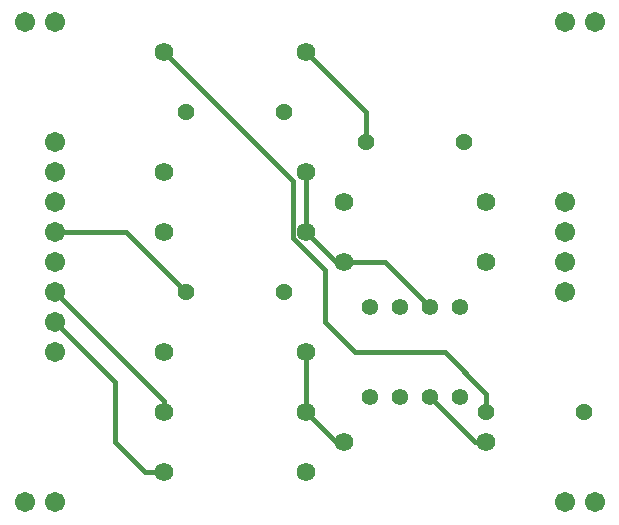
<source format=gbr>
G04 EAGLE Gerber RS-274X export*
G75*
%MOMM*%
%FSLAX34Y34*%
%LPD*%
%INBottom Copper*%
%IPPOS*%
%AMOC8*
5,1,8,0,0,1.08239X$1,22.5*%
G01*
%ADD10C,1.430000*%
%ADD11C,1.705100*%
%ADD12C,1.580000*%
%ADD13C,1.386000*%
%ADD14C,0.406400*%


D10*
X161900Y355600D03*
X244500Y355600D03*
X161900Y203200D03*
X244500Y203200D03*
X396900Y330200D03*
X314300Y330200D03*
X498500Y101600D03*
X415900Y101600D03*
D11*
X50800Y279400D03*
X50800Y254000D03*
X50800Y228600D03*
X50800Y203200D03*
X50800Y177800D03*
X50800Y152400D03*
X482600Y254000D03*
X482600Y279400D03*
X482600Y203200D03*
X482600Y228600D03*
D12*
X142900Y304800D03*
X263500Y304800D03*
X142900Y254000D03*
X263500Y254000D03*
X415900Y228600D03*
X295300Y228600D03*
X415900Y76200D03*
X295300Y76200D03*
X263500Y101600D03*
X142900Y101600D03*
X263500Y152400D03*
X142900Y152400D03*
X263500Y406400D03*
X142900Y406400D03*
X415900Y279400D03*
X295300Y279400D03*
X263500Y50800D03*
X142900Y50800D03*
D13*
X393700Y190500D03*
X368300Y190500D03*
X342900Y190500D03*
X317500Y190500D03*
X317500Y114300D03*
X342900Y114300D03*
X368300Y114300D03*
X393700Y114300D03*
D11*
X50800Y330200D03*
X50800Y304800D03*
X25400Y25400D03*
X50800Y25400D03*
X25400Y431800D03*
X50800Y431800D03*
X482600Y431800D03*
X508000Y431800D03*
X482600Y25400D03*
X508000Y25400D03*
D14*
X142900Y111100D02*
X50800Y203200D01*
X142900Y111100D02*
X142900Y101600D01*
X252044Y297256D02*
X142900Y406400D01*
X252044Y297256D02*
X252044Y249255D01*
X276049Y225249D01*
X279400Y221899D01*
X381000Y152400D02*
X415900Y117500D01*
X415900Y101600D01*
X279400Y221899D02*
X276049Y225249D01*
X279400Y221899D02*
X279400Y177800D01*
X304800Y152400D01*
X381000Y152400D01*
X314300Y355600D02*
X263500Y406400D01*
X314300Y355600D02*
X314300Y330200D01*
X263500Y304800D02*
X263500Y254000D01*
X288900Y228600D01*
X295300Y228600D01*
X330200Y228600D01*
X368300Y190500D01*
X406400Y76200D02*
X415900Y76200D01*
X406400Y76200D02*
X368300Y114300D01*
X111100Y254000D02*
X50800Y254000D01*
X111100Y254000D02*
X161900Y203200D01*
X263500Y152400D02*
X263500Y101600D01*
X288900Y76200D01*
X295300Y76200D01*
X101600Y127000D02*
X50800Y177800D01*
X101600Y127000D02*
X101600Y76200D01*
X127000Y50800D01*
X142900Y50800D01*
M02*

</source>
